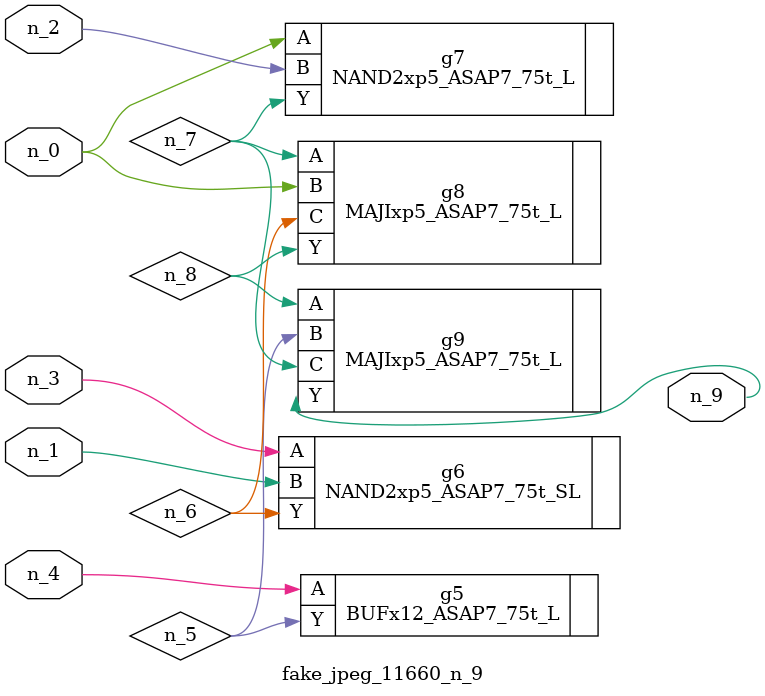
<source format=v>
module fake_jpeg_11660_n_9 (n_3, n_2, n_1, n_0, n_4, n_9);

input n_3;
input n_2;
input n_1;
input n_0;
input n_4;

output n_9;

wire n_8;
wire n_6;
wire n_5;
wire n_7;

BUFx12_ASAP7_75t_L g5 ( 
.A(n_4),
.Y(n_5)
);

NAND2xp5_ASAP7_75t_SL g6 ( 
.A(n_3),
.B(n_1),
.Y(n_6)
);

NAND2xp5_ASAP7_75t_L g7 ( 
.A(n_0),
.B(n_2),
.Y(n_7)
);

MAJIxp5_ASAP7_75t_L g8 ( 
.A(n_7),
.B(n_0),
.C(n_6),
.Y(n_8)
);

MAJIxp5_ASAP7_75t_L g9 ( 
.A(n_8),
.B(n_5),
.C(n_7),
.Y(n_9)
);


endmodule
</source>
